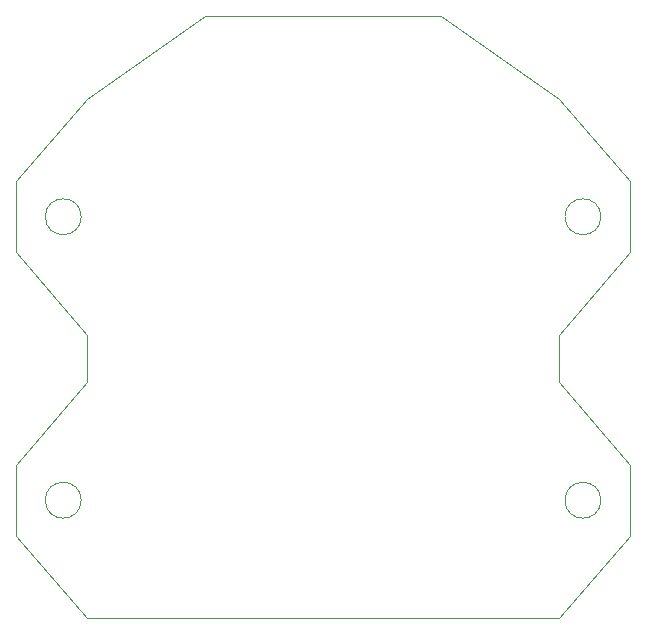
<source format=gbr>
%TF.GenerationSoftware,KiCad,Pcbnew,(6.0.7-1)-1*%
%TF.CreationDate,2023-01-25T16:43:34-06:00*%
%TF.ProjectId,BLACKBOX,424c4143-4b42-44f5-982e-6b696361645f,rev?*%
%TF.SameCoordinates,Original*%
%TF.FileFunction,Profile,NP*%
%FSLAX46Y46*%
G04 Gerber Fmt 4.6, Leading zero omitted, Abs format (unit mm)*
G04 Created by KiCad (PCBNEW (6.0.7-1)-1) date 2023-01-25 16:43:34*
%MOMM*%
%LPD*%
G01*
G04 APERTURE LIST*
%TA.AperFunction,Profile*%
%ADD10C,0.100000*%
%TD*%
G04 APERTURE END LIST*
D10*
X90000000Y-92000000D02*
X130000000Y-92000000D01*
X100000000Y-41000000D02*
X120000000Y-41000000D01*
X133520000Y-82000000D02*
G75*
G03*
X133520000Y-82000000I-1520000J0D01*
G01*
X89520000Y-58000000D02*
G75*
G03*
X89520000Y-58000000I-1520000J0D01*
G01*
X84000000Y-55000000D02*
X84000000Y-61000000D01*
X136000000Y-55000000D02*
X136000000Y-61000000D01*
X90000000Y-92000000D02*
X84000000Y-85000000D01*
X90000000Y-68000000D02*
X90000000Y-72000000D01*
X130000000Y-68000000D02*
X130000000Y-72000000D01*
X84000000Y-79000000D02*
X90000000Y-72000000D01*
X133520000Y-58000000D02*
G75*
G03*
X133520000Y-58000000I-1520000J0D01*
G01*
X136000000Y-61000000D02*
X130000000Y-68000000D01*
X89520000Y-82000000D02*
G75*
G03*
X89520000Y-82000000I-1520000J0D01*
G01*
X130000000Y-92000000D02*
X136000000Y-85000000D01*
X90000000Y-48000000D02*
X100000000Y-41000000D01*
X130000000Y-48000000D02*
X120000000Y-41000000D01*
X90000000Y-48000000D02*
X84000000Y-55000000D01*
X130000000Y-48000000D02*
X136000000Y-55000000D01*
X136000000Y-79000000D02*
X130000000Y-72000000D01*
X84000000Y-61000000D02*
X90000000Y-68000000D01*
X136000000Y-85000000D02*
X136000000Y-79000000D01*
X84000000Y-85000000D02*
X84000000Y-79000000D01*
M02*

</source>
